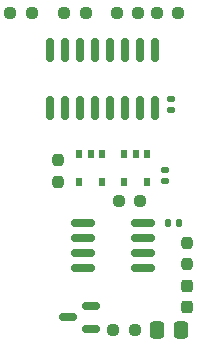
<source format=gbr>
%TF.GenerationSoftware,KiCad,Pcbnew,(6.0.9)*%
%TF.CreationDate,2023-01-01T20:10:18-05:00*%
%TF.ProjectId,Wally_Tree,57616c6c-795f-4547-9265-652e6b696361,v1*%
%TF.SameCoordinates,Original*%
%TF.FileFunction,Paste,Top*%
%TF.FilePolarity,Positive*%
%FSLAX46Y46*%
G04 Gerber Fmt 4.6, Leading zero omitted, Abs format (unit mm)*
G04 Created by KiCad (PCBNEW (6.0.9)) date 2023-01-01 20:10:18*
%MOMM*%
%LPD*%
G01*
G04 APERTURE LIST*
G04 Aperture macros list*
%AMRoundRect*
0 Rectangle with rounded corners*
0 $1 Rounding radius*
0 $2 $3 $4 $5 $6 $7 $8 $9 X,Y pos of 4 corners*
0 Add a 4 corners polygon primitive as box body*
4,1,4,$2,$3,$4,$5,$6,$7,$8,$9,$2,$3,0*
0 Add four circle primitives for the rounded corners*
1,1,$1+$1,$2,$3*
1,1,$1+$1,$4,$5*
1,1,$1+$1,$6,$7*
1,1,$1+$1,$8,$9*
0 Add four rect primitives between the rounded corners*
20,1,$1+$1,$2,$3,$4,$5,0*
20,1,$1+$1,$4,$5,$6,$7,0*
20,1,$1+$1,$6,$7,$8,$9,0*
20,1,$1+$1,$8,$9,$2,$3,0*%
G04 Aperture macros list end*
%ADD10RoundRect,0.237500X0.250000X0.237500X-0.250000X0.237500X-0.250000X-0.237500X0.250000X-0.237500X0*%
%ADD11RoundRect,0.237500X-0.250000X-0.237500X0.250000X-0.237500X0.250000X0.237500X-0.250000X0.237500X0*%
%ADD12RoundRect,0.150000X-0.150000X0.825000X-0.150000X-0.825000X0.150000X-0.825000X0.150000X0.825000X0*%
%ADD13RoundRect,0.237500X-0.237500X0.250000X-0.237500X-0.250000X0.237500X-0.250000X0.237500X0.250000X0*%
%ADD14RoundRect,0.237500X-0.237500X0.287500X-0.237500X-0.287500X0.237500X-0.287500X0.237500X0.287500X0*%
%ADD15RoundRect,0.140000X-0.140000X-0.170000X0.140000X-0.170000X0.140000X0.170000X-0.140000X0.170000X0*%
%ADD16R,0.510000X0.700000*%
%ADD17RoundRect,0.150000X0.587500X0.150000X-0.587500X0.150000X-0.587500X-0.150000X0.587500X-0.150000X0*%
%ADD18RoundRect,0.140000X0.170000X-0.140000X0.170000X0.140000X-0.170000X0.140000X-0.170000X-0.140000X0*%
%ADD19RoundRect,0.162500X-0.825000X-0.162500X0.825000X-0.162500X0.825000X0.162500X-0.825000X0.162500X0*%
%ADD20RoundRect,0.250000X-0.337500X-0.475000X0.337500X-0.475000X0.337500X0.475000X-0.337500X0.475000X0*%
G04 APERTURE END LIST*
D10*
%TO.C,R3*%
X-117830700Y31813700D03*
X-119655700Y31813700D03*
%TD*%
%TO.C,R4*%
X-110028700Y31813700D03*
X-111853700Y31813700D03*
%TD*%
D11*
%TO.C,R5*%
X-115228700Y31813700D03*
X-113403700Y31813700D03*
%TD*%
%TO.C,R6*%
X-124227700Y31813700D03*
X-122402700Y31813700D03*
%TD*%
D12*
%TO.C,U3*%
X-112003200Y28700700D03*
X-113273200Y28700700D03*
X-114543200Y28700700D03*
X-115813200Y28700700D03*
X-117083200Y28700700D03*
X-118353200Y28700700D03*
X-119623200Y28700700D03*
X-120893200Y28700700D03*
X-120893200Y23750700D03*
X-119623200Y23750700D03*
X-118353200Y23750700D03*
X-117083200Y23750700D03*
X-115813200Y23750700D03*
X-114543200Y23750700D03*
X-113273200Y23750700D03*
X-112003200Y23750700D03*
%TD*%
D13*
%TO.C,R2*%
X-109312200Y12394700D03*
X-109312200Y10569700D03*
%TD*%
D14*
%TO.C,D3*%
X-109312200Y8689200D03*
X-109312200Y6939200D03*
%TD*%
D13*
%TO.C,R8*%
X-120234200Y19356200D03*
X-120234200Y17531200D03*
%TD*%
D15*
%TO.C,C3*%
X-110896200Y14085700D03*
X-109936200Y14085700D03*
%TD*%
D16*
%TO.C,U4*%
X-116490200Y19857700D03*
X-117440200Y19857700D03*
X-118390200Y19857700D03*
X-118390200Y17537700D03*
X-116490200Y17537700D03*
%TD*%
D17*
%TO.C,Q1*%
X-117440200Y5113700D03*
X-117440200Y7013700D03*
X-119315200Y6063700D03*
%TD*%
D18*
%TO.C,C2*%
X-111116200Y17605700D03*
X-111116200Y18565700D03*
%TD*%
D19*
%TO.C,U2*%
X-118107700Y14074700D03*
X-118107700Y12804700D03*
X-118107700Y11534700D03*
X-118107700Y10264700D03*
X-113032700Y10264700D03*
X-113032700Y11534700D03*
X-113032700Y12804700D03*
X-113032700Y14074700D03*
%TD*%
D18*
%TO.C,C4*%
X-110616200Y23605700D03*
X-110616200Y24565700D03*
%TD*%
D20*
%TO.C,C1*%
X-111853700Y4981700D03*
X-109778700Y4981700D03*
%TD*%
D10*
%TO.C,R7*%
X-113703700Y5013700D03*
X-115528700Y5013700D03*
%TD*%
D11*
%TO.C,R1*%
X-115050700Y15903700D03*
X-113225700Y15903700D03*
%TD*%
D16*
%TO.C,U1*%
X-112680200Y19867700D03*
X-113630200Y19867700D03*
X-114580200Y19867700D03*
X-114580200Y17547700D03*
X-112680200Y17547700D03*
%TD*%
M02*

</source>
